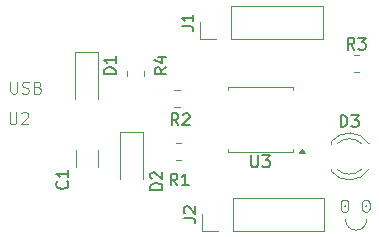
<source format=gbr>
%TF.GenerationSoftware,KiCad,Pcbnew,9.0.1*%
%TF.CreationDate,2025-11-17T22:12:27+05:30*%
%TF.ProjectId,Project_1,50726f6a-6563-4745-9f31-2e6b69636164,rev?*%
%TF.SameCoordinates,Original*%
%TF.FileFunction,Legend,Top*%
%TF.FilePolarity,Positive*%
%FSLAX46Y46*%
G04 Gerber Fmt 4.6, Leading zero omitted, Abs format (unit mm)*
G04 Created by KiCad (PCBNEW 9.0.1) date 2025-11-17 22:12:27*
%MOMM*%
%LPD*%
G01*
G04 APERTURE LIST*
%ADD10C,0.100000*%
%ADD11C,0.150000*%
%ADD12C,0.120000*%
G04 APERTURE END LIST*
D10*
X153476436Y-85700388D02*
G75*
G02*
X151677918Y-85647534I-900036J-12D01*
G01*
X153403884Y-84477180D02*
X153451503Y-84524800D01*
X153451503Y-84524800D02*
X153403884Y-84572419D01*
X153403884Y-84572419D02*
X153356265Y-84524800D01*
X153356265Y-84524800D02*
X153403884Y-84477180D01*
X153403884Y-84477180D02*
X153403884Y-84572419D01*
X151494360Y-84022419D02*
X151684836Y-84022419D01*
X151684836Y-84022419D02*
X151780074Y-84070038D01*
X151780074Y-84070038D02*
X151875312Y-84165276D01*
X151875312Y-84165276D02*
X151922931Y-84355752D01*
X151922931Y-84355752D02*
X151922931Y-84689085D01*
X151922931Y-84689085D02*
X151875312Y-84879561D01*
X151875312Y-84879561D02*
X151780074Y-84974800D01*
X151780074Y-84974800D02*
X151684836Y-85022419D01*
X151684836Y-85022419D02*
X151494360Y-85022419D01*
X151494360Y-85022419D02*
X151399122Y-84974800D01*
X151399122Y-84974800D02*
X151303884Y-84879561D01*
X151303884Y-84879561D02*
X151256265Y-84689085D01*
X151256265Y-84689085D02*
X151256265Y-84355752D01*
X151256265Y-84355752D02*
X151303884Y-84165276D01*
X151303884Y-84165276D02*
X151399122Y-84070038D01*
X151399122Y-84070038D02*
X151494360Y-84022419D01*
X153303884Y-84022419D02*
X153494360Y-84022419D01*
X153494360Y-84022419D02*
X153589598Y-84070038D01*
X153589598Y-84070038D02*
X153684836Y-84165276D01*
X153684836Y-84165276D02*
X153732455Y-84355752D01*
X153732455Y-84355752D02*
X153732455Y-84689085D01*
X153732455Y-84689085D02*
X153684836Y-84879561D01*
X153684836Y-84879561D02*
X153589598Y-84974800D01*
X153589598Y-84974800D02*
X153494360Y-85022419D01*
X153494360Y-85022419D02*
X153303884Y-85022419D01*
X153303884Y-85022419D02*
X153208646Y-84974800D01*
X153208646Y-84974800D02*
X153113408Y-84879561D01*
X153113408Y-84879561D02*
X153065789Y-84689085D01*
X153065789Y-84689085D02*
X153065789Y-84355752D01*
X153065789Y-84355752D02*
X153113408Y-84165276D01*
X153113408Y-84165276D02*
X153208646Y-84070038D01*
X153208646Y-84070038D02*
X153303884Y-84022419D01*
X151603884Y-84477180D02*
X151651503Y-84524800D01*
X151651503Y-84524800D02*
X151603884Y-84572419D01*
X151603884Y-84572419D02*
X151556265Y-84524800D01*
X151556265Y-84524800D02*
X151603884Y-84477180D01*
X151603884Y-84477180D02*
X151603884Y-84572419D01*
D11*
X137433333Y-82804819D02*
X137100000Y-82328628D01*
X136861905Y-82804819D02*
X136861905Y-81804819D01*
X136861905Y-81804819D02*
X137242857Y-81804819D01*
X137242857Y-81804819D02*
X137338095Y-81852438D01*
X137338095Y-81852438D02*
X137385714Y-81900057D01*
X137385714Y-81900057D02*
X137433333Y-81995295D01*
X137433333Y-81995295D02*
X137433333Y-82138152D01*
X137433333Y-82138152D02*
X137385714Y-82233390D01*
X137385714Y-82233390D02*
X137338095Y-82281009D01*
X137338095Y-82281009D02*
X137242857Y-82328628D01*
X137242857Y-82328628D02*
X136861905Y-82328628D01*
X138385714Y-82804819D02*
X137814286Y-82804819D01*
X138100000Y-82804819D02*
X138100000Y-81804819D01*
X138100000Y-81804819D02*
X138004762Y-81947676D01*
X138004762Y-81947676D02*
X137909524Y-82042914D01*
X137909524Y-82042914D02*
X137814286Y-82090533D01*
X152433333Y-71304819D02*
X152100000Y-70828628D01*
X151861905Y-71304819D02*
X151861905Y-70304819D01*
X151861905Y-70304819D02*
X152242857Y-70304819D01*
X152242857Y-70304819D02*
X152338095Y-70352438D01*
X152338095Y-70352438D02*
X152385714Y-70400057D01*
X152385714Y-70400057D02*
X152433333Y-70495295D01*
X152433333Y-70495295D02*
X152433333Y-70638152D01*
X152433333Y-70638152D02*
X152385714Y-70733390D01*
X152385714Y-70733390D02*
X152338095Y-70781009D01*
X152338095Y-70781009D02*
X152242857Y-70828628D01*
X152242857Y-70828628D02*
X151861905Y-70828628D01*
X152766667Y-70304819D02*
X153385714Y-70304819D01*
X153385714Y-70304819D02*
X153052381Y-70685771D01*
X153052381Y-70685771D02*
X153195238Y-70685771D01*
X153195238Y-70685771D02*
X153290476Y-70733390D01*
X153290476Y-70733390D02*
X153338095Y-70781009D01*
X153338095Y-70781009D02*
X153385714Y-70876247D01*
X153385714Y-70876247D02*
X153385714Y-71114342D01*
X153385714Y-71114342D02*
X153338095Y-71209580D01*
X153338095Y-71209580D02*
X153290476Y-71257200D01*
X153290476Y-71257200D02*
X153195238Y-71304819D01*
X153195238Y-71304819D02*
X152909524Y-71304819D01*
X152909524Y-71304819D02*
X152814286Y-71257200D01*
X152814286Y-71257200D02*
X152766667Y-71209580D01*
X137533333Y-77704819D02*
X137200000Y-77228628D01*
X136961905Y-77704819D02*
X136961905Y-76704819D01*
X136961905Y-76704819D02*
X137342857Y-76704819D01*
X137342857Y-76704819D02*
X137438095Y-76752438D01*
X137438095Y-76752438D02*
X137485714Y-76800057D01*
X137485714Y-76800057D02*
X137533333Y-76895295D01*
X137533333Y-76895295D02*
X137533333Y-77038152D01*
X137533333Y-77038152D02*
X137485714Y-77133390D01*
X137485714Y-77133390D02*
X137438095Y-77181009D01*
X137438095Y-77181009D02*
X137342857Y-77228628D01*
X137342857Y-77228628D02*
X136961905Y-77228628D01*
X137914286Y-76800057D02*
X137961905Y-76752438D01*
X137961905Y-76752438D02*
X138057143Y-76704819D01*
X138057143Y-76704819D02*
X138295238Y-76704819D01*
X138295238Y-76704819D02*
X138390476Y-76752438D01*
X138390476Y-76752438D02*
X138438095Y-76800057D01*
X138438095Y-76800057D02*
X138485714Y-76895295D01*
X138485714Y-76895295D02*
X138485714Y-76990533D01*
X138485714Y-76990533D02*
X138438095Y-77133390D01*
X138438095Y-77133390D02*
X137866667Y-77704819D01*
X137866667Y-77704819D02*
X138485714Y-77704819D01*
X137964819Y-85583333D02*
X138679104Y-85583333D01*
X138679104Y-85583333D02*
X138821961Y-85630952D01*
X138821961Y-85630952D02*
X138917200Y-85726190D01*
X138917200Y-85726190D02*
X138964819Y-85869047D01*
X138964819Y-85869047D02*
X138964819Y-85964285D01*
X138060057Y-85154761D02*
X138012438Y-85107142D01*
X138012438Y-85107142D02*
X137964819Y-85011904D01*
X137964819Y-85011904D02*
X137964819Y-84773809D01*
X137964819Y-84773809D02*
X138012438Y-84678571D01*
X138012438Y-84678571D02*
X138060057Y-84630952D01*
X138060057Y-84630952D02*
X138155295Y-84583333D01*
X138155295Y-84583333D02*
X138250533Y-84583333D01*
X138250533Y-84583333D02*
X138393390Y-84630952D01*
X138393390Y-84630952D02*
X138964819Y-85202380D01*
X138964819Y-85202380D02*
X138964819Y-84583333D01*
X128109580Y-82466666D02*
X128157200Y-82514285D01*
X128157200Y-82514285D02*
X128204819Y-82657142D01*
X128204819Y-82657142D02*
X128204819Y-82752380D01*
X128204819Y-82752380D02*
X128157200Y-82895237D01*
X128157200Y-82895237D02*
X128061961Y-82990475D01*
X128061961Y-82990475D02*
X127966723Y-83038094D01*
X127966723Y-83038094D02*
X127776247Y-83085713D01*
X127776247Y-83085713D02*
X127633390Y-83085713D01*
X127633390Y-83085713D02*
X127442914Y-83038094D01*
X127442914Y-83038094D02*
X127347676Y-82990475D01*
X127347676Y-82990475D02*
X127252438Y-82895237D01*
X127252438Y-82895237D02*
X127204819Y-82752380D01*
X127204819Y-82752380D02*
X127204819Y-82657142D01*
X127204819Y-82657142D02*
X127252438Y-82514285D01*
X127252438Y-82514285D02*
X127300057Y-82466666D01*
X128204819Y-81514285D02*
X128204819Y-82085713D01*
X128204819Y-81799999D02*
X127204819Y-81799999D01*
X127204819Y-81799999D02*
X127347676Y-81895237D01*
X127347676Y-81895237D02*
X127442914Y-81990475D01*
X127442914Y-81990475D02*
X127490533Y-82085713D01*
X132204819Y-73388094D02*
X131204819Y-73388094D01*
X131204819Y-73388094D02*
X131204819Y-73149999D01*
X131204819Y-73149999D02*
X131252438Y-73007142D01*
X131252438Y-73007142D02*
X131347676Y-72911904D01*
X131347676Y-72911904D02*
X131442914Y-72864285D01*
X131442914Y-72864285D02*
X131633390Y-72816666D01*
X131633390Y-72816666D02*
X131776247Y-72816666D01*
X131776247Y-72816666D02*
X131966723Y-72864285D01*
X131966723Y-72864285D02*
X132061961Y-72911904D01*
X132061961Y-72911904D02*
X132157200Y-73007142D01*
X132157200Y-73007142D02*
X132204819Y-73149999D01*
X132204819Y-73149999D02*
X132204819Y-73388094D01*
X132204819Y-71864285D02*
X132204819Y-72435713D01*
X132204819Y-72149999D02*
X131204819Y-72149999D01*
X131204819Y-72149999D02*
X131347676Y-72245237D01*
X131347676Y-72245237D02*
X131442914Y-72340475D01*
X131442914Y-72340475D02*
X131490533Y-72435713D01*
D10*
X123238095Y-76607419D02*
X123238095Y-77416942D01*
X123238095Y-77416942D02*
X123285714Y-77512180D01*
X123285714Y-77512180D02*
X123333333Y-77559800D01*
X123333333Y-77559800D02*
X123428571Y-77607419D01*
X123428571Y-77607419D02*
X123619047Y-77607419D01*
X123619047Y-77607419D02*
X123714285Y-77559800D01*
X123714285Y-77559800D02*
X123761904Y-77512180D01*
X123761904Y-77512180D02*
X123809523Y-77416942D01*
X123809523Y-77416942D02*
X123809523Y-76607419D01*
X124238095Y-76702657D02*
X124285714Y-76655038D01*
X124285714Y-76655038D02*
X124380952Y-76607419D01*
X124380952Y-76607419D02*
X124619047Y-76607419D01*
X124619047Y-76607419D02*
X124714285Y-76655038D01*
X124714285Y-76655038D02*
X124761904Y-76702657D01*
X124761904Y-76702657D02*
X124809523Y-76797895D01*
X124809523Y-76797895D02*
X124809523Y-76893133D01*
X124809523Y-76893133D02*
X124761904Y-77035990D01*
X124761904Y-77035990D02*
X124190476Y-77607419D01*
X124190476Y-77607419D02*
X124809523Y-77607419D01*
X123303884Y-74022419D02*
X123303884Y-74831942D01*
X123303884Y-74831942D02*
X123351503Y-74927180D01*
X123351503Y-74927180D02*
X123399122Y-74974800D01*
X123399122Y-74974800D02*
X123494360Y-75022419D01*
X123494360Y-75022419D02*
X123684836Y-75022419D01*
X123684836Y-75022419D02*
X123780074Y-74974800D01*
X123780074Y-74974800D02*
X123827693Y-74927180D01*
X123827693Y-74927180D02*
X123875312Y-74831942D01*
X123875312Y-74831942D02*
X123875312Y-74022419D01*
X124303884Y-74974800D02*
X124446741Y-75022419D01*
X124446741Y-75022419D02*
X124684836Y-75022419D01*
X124684836Y-75022419D02*
X124780074Y-74974800D01*
X124780074Y-74974800D02*
X124827693Y-74927180D01*
X124827693Y-74927180D02*
X124875312Y-74831942D01*
X124875312Y-74831942D02*
X124875312Y-74736704D01*
X124875312Y-74736704D02*
X124827693Y-74641466D01*
X124827693Y-74641466D02*
X124780074Y-74593847D01*
X124780074Y-74593847D02*
X124684836Y-74546228D01*
X124684836Y-74546228D02*
X124494360Y-74498609D01*
X124494360Y-74498609D02*
X124399122Y-74450990D01*
X124399122Y-74450990D02*
X124351503Y-74403371D01*
X124351503Y-74403371D02*
X124303884Y-74308133D01*
X124303884Y-74308133D02*
X124303884Y-74212895D01*
X124303884Y-74212895D02*
X124351503Y-74117657D01*
X124351503Y-74117657D02*
X124399122Y-74070038D01*
X124399122Y-74070038D02*
X124494360Y-74022419D01*
X124494360Y-74022419D02*
X124732455Y-74022419D01*
X124732455Y-74022419D02*
X124875312Y-74070038D01*
X125637217Y-74498609D02*
X125780074Y-74546228D01*
X125780074Y-74546228D02*
X125827693Y-74593847D01*
X125827693Y-74593847D02*
X125875312Y-74689085D01*
X125875312Y-74689085D02*
X125875312Y-74831942D01*
X125875312Y-74831942D02*
X125827693Y-74927180D01*
X125827693Y-74927180D02*
X125780074Y-74974800D01*
X125780074Y-74974800D02*
X125684836Y-75022419D01*
X125684836Y-75022419D02*
X125303884Y-75022419D01*
X125303884Y-75022419D02*
X125303884Y-74022419D01*
X125303884Y-74022419D02*
X125637217Y-74022419D01*
X125637217Y-74022419D02*
X125732455Y-74070038D01*
X125732455Y-74070038D02*
X125780074Y-74117657D01*
X125780074Y-74117657D02*
X125827693Y-74212895D01*
X125827693Y-74212895D02*
X125827693Y-74308133D01*
X125827693Y-74308133D02*
X125780074Y-74403371D01*
X125780074Y-74403371D02*
X125732455Y-74450990D01*
X125732455Y-74450990D02*
X125637217Y-74498609D01*
X125637217Y-74498609D02*
X125303884Y-74498609D01*
D11*
X137804819Y-69333333D02*
X138519104Y-69333333D01*
X138519104Y-69333333D02*
X138661961Y-69380952D01*
X138661961Y-69380952D02*
X138757200Y-69476190D01*
X138757200Y-69476190D02*
X138804819Y-69619047D01*
X138804819Y-69619047D02*
X138804819Y-69714285D01*
X138804819Y-68333333D02*
X138804819Y-68904761D01*
X138804819Y-68619047D02*
X137804819Y-68619047D01*
X137804819Y-68619047D02*
X137947676Y-68714285D01*
X137947676Y-68714285D02*
X138042914Y-68809523D01*
X138042914Y-68809523D02*
X138090533Y-68904761D01*
X136504819Y-72816666D02*
X136028628Y-73149999D01*
X136504819Y-73388094D02*
X135504819Y-73388094D01*
X135504819Y-73388094D02*
X135504819Y-73007142D01*
X135504819Y-73007142D02*
X135552438Y-72911904D01*
X135552438Y-72911904D02*
X135600057Y-72864285D01*
X135600057Y-72864285D02*
X135695295Y-72816666D01*
X135695295Y-72816666D02*
X135838152Y-72816666D01*
X135838152Y-72816666D02*
X135933390Y-72864285D01*
X135933390Y-72864285D02*
X135981009Y-72911904D01*
X135981009Y-72911904D02*
X136028628Y-73007142D01*
X136028628Y-73007142D02*
X136028628Y-73388094D01*
X135838152Y-71959523D02*
X136504819Y-71959523D01*
X135457200Y-72197618D02*
X136171485Y-72435713D01*
X136171485Y-72435713D02*
X136171485Y-71816666D01*
X136154819Y-83188094D02*
X135154819Y-83188094D01*
X135154819Y-83188094D02*
X135154819Y-82949999D01*
X135154819Y-82949999D02*
X135202438Y-82807142D01*
X135202438Y-82807142D02*
X135297676Y-82711904D01*
X135297676Y-82711904D02*
X135392914Y-82664285D01*
X135392914Y-82664285D02*
X135583390Y-82616666D01*
X135583390Y-82616666D02*
X135726247Y-82616666D01*
X135726247Y-82616666D02*
X135916723Y-82664285D01*
X135916723Y-82664285D02*
X136011961Y-82711904D01*
X136011961Y-82711904D02*
X136107200Y-82807142D01*
X136107200Y-82807142D02*
X136154819Y-82949999D01*
X136154819Y-82949999D02*
X136154819Y-83188094D01*
X135250057Y-82235713D02*
X135202438Y-82188094D01*
X135202438Y-82188094D02*
X135154819Y-82092856D01*
X135154819Y-82092856D02*
X135154819Y-81854761D01*
X135154819Y-81854761D02*
X135202438Y-81759523D01*
X135202438Y-81759523D02*
X135250057Y-81711904D01*
X135250057Y-81711904D02*
X135345295Y-81664285D01*
X135345295Y-81664285D02*
X135440533Y-81664285D01*
X135440533Y-81664285D02*
X135583390Y-81711904D01*
X135583390Y-81711904D02*
X136154819Y-82283332D01*
X136154819Y-82283332D02*
X136154819Y-81664285D01*
X151261905Y-77844819D02*
X151261905Y-76844819D01*
X151261905Y-76844819D02*
X151500000Y-76844819D01*
X151500000Y-76844819D02*
X151642857Y-76892438D01*
X151642857Y-76892438D02*
X151738095Y-76987676D01*
X151738095Y-76987676D02*
X151785714Y-77082914D01*
X151785714Y-77082914D02*
X151833333Y-77273390D01*
X151833333Y-77273390D02*
X151833333Y-77416247D01*
X151833333Y-77416247D02*
X151785714Y-77606723D01*
X151785714Y-77606723D02*
X151738095Y-77701961D01*
X151738095Y-77701961D02*
X151642857Y-77797200D01*
X151642857Y-77797200D02*
X151500000Y-77844819D01*
X151500000Y-77844819D02*
X151261905Y-77844819D01*
X152166667Y-76844819D02*
X152785714Y-76844819D01*
X152785714Y-76844819D02*
X152452381Y-77225771D01*
X152452381Y-77225771D02*
X152595238Y-77225771D01*
X152595238Y-77225771D02*
X152690476Y-77273390D01*
X152690476Y-77273390D02*
X152738095Y-77321009D01*
X152738095Y-77321009D02*
X152785714Y-77416247D01*
X152785714Y-77416247D02*
X152785714Y-77654342D01*
X152785714Y-77654342D02*
X152738095Y-77749580D01*
X152738095Y-77749580D02*
X152690476Y-77797200D01*
X152690476Y-77797200D02*
X152595238Y-77844819D01*
X152595238Y-77844819D02*
X152309524Y-77844819D01*
X152309524Y-77844819D02*
X152214286Y-77797200D01*
X152214286Y-77797200D02*
X152166667Y-77749580D01*
X143688095Y-80254819D02*
X143688095Y-81064342D01*
X143688095Y-81064342D02*
X143735714Y-81159580D01*
X143735714Y-81159580D02*
X143783333Y-81207200D01*
X143783333Y-81207200D02*
X143878571Y-81254819D01*
X143878571Y-81254819D02*
X144069047Y-81254819D01*
X144069047Y-81254819D02*
X144164285Y-81207200D01*
X144164285Y-81207200D02*
X144211904Y-81159580D01*
X144211904Y-81159580D02*
X144259523Y-81064342D01*
X144259523Y-81064342D02*
X144259523Y-80254819D01*
X144640476Y-80254819D02*
X145259523Y-80254819D01*
X145259523Y-80254819D02*
X144926190Y-80635771D01*
X144926190Y-80635771D02*
X145069047Y-80635771D01*
X145069047Y-80635771D02*
X145164285Y-80683390D01*
X145164285Y-80683390D02*
X145211904Y-80731009D01*
X145211904Y-80731009D02*
X145259523Y-80826247D01*
X145259523Y-80826247D02*
X145259523Y-81064342D01*
X145259523Y-81064342D02*
X145211904Y-81159580D01*
X145211904Y-81159580D02*
X145164285Y-81207200D01*
X145164285Y-81207200D02*
X145069047Y-81254819D01*
X145069047Y-81254819D02*
X144783333Y-81254819D01*
X144783333Y-81254819D02*
X144688095Y-81207200D01*
X144688095Y-81207200D02*
X144640476Y-81159580D01*
D12*
%TO.C,R1*%
X137322936Y-79215000D02*
X137777064Y-79215000D01*
X137322936Y-80685000D02*
X137777064Y-80685000D01*
%TO.C,R3*%
X152372936Y-71765000D02*
X152827064Y-71765000D01*
X152372936Y-73235000D02*
X152827064Y-73235000D01*
%TO.C,R2*%
X137627064Y-74715000D02*
X137172936Y-74715000D01*
X137627064Y-76185000D02*
X137172936Y-76185000D01*
%TO.C,J2*%
X139510000Y-86630000D02*
X139510000Y-85250000D01*
X140890000Y-86630000D02*
X139510000Y-86630000D01*
X142160000Y-83870000D02*
X149890000Y-83870000D01*
X142160000Y-86630000D02*
X142160000Y-83870000D01*
X142160000Y-86630000D02*
X149890000Y-86630000D01*
X149890000Y-86630000D02*
X149890000Y-83870000D01*
%TO.C,C1*%
X128890000Y-81261252D02*
X128890000Y-79838748D01*
X130710000Y-81261252D02*
X130710000Y-79838748D01*
%TO.C,D1*%
X128750000Y-71490000D02*
X128750000Y-75500000D01*
X130750000Y-71490000D02*
X128750000Y-71490000D01*
X130750000Y-71490000D02*
X130750000Y-75500000D01*
%TO.C,J1*%
X139350000Y-70380000D02*
X139350000Y-69000000D01*
X140730000Y-70380000D02*
X139350000Y-70380000D01*
X142000000Y-67620000D02*
X149730000Y-67620000D01*
X142000000Y-70380000D02*
X142000000Y-67620000D01*
X142000000Y-70380000D02*
X149730000Y-70380000D01*
X149730000Y-70380000D02*
X149730000Y-67620000D01*
%TO.C,R4*%
X133165000Y-73577064D02*
X133165000Y-73122936D01*
X134635000Y-73577064D02*
X134635000Y-73122936D01*
%TO.C,D2*%
X132550000Y-78290000D02*
X132550000Y-82300000D01*
X134550000Y-78290000D02*
X132550000Y-78290000D01*
X134550000Y-78290000D02*
X134550000Y-82300000D01*
%TO.C,D3*%
X150440000Y-79114000D02*
X150440000Y-79270000D01*
X150440000Y-81430000D02*
X150440000Y-81586000D01*
X150440000Y-79114484D02*
G75*
G02*
X153671397Y-79269939I1560000J-1235516D01*
G01*
X150959039Y-79270000D02*
G75*
G02*
X153040910Y-79269951I1040961J-1080000D01*
G01*
X153040910Y-81430049D02*
G75*
G02*
X150959039Y-81430000I-1040910J1080049D01*
G01*
X153671397Y-81430061D02*
G75*
G02*
X150440000Y-81585516I-1671397J1080061D01*
G01*
%TO.C,U3*%
X141690000Y-74440000D02*
X141690000Y-74710000D01*
X141690000Y-79960000D02*
X141690000Y-79690000D01*
X144450000Y-74440000D02*
X141690000Y-74440000D01*
X144450000Y-74440000D02*
X147210000Y-74440000D01*
X144450000Y-79960000D02*
X141690000Y-79960000D01*
X144450000Y-79960000D02*
X147210000Y-79960000D01*
X147210000Y-74440000D02*
X147210000Y-74710000D01*
X147210000Y-79960000D02*
X147210000Y-79690000D01*
X148215000Y-80020000D02*
X147735000Y-80020000D01*
X147975000Y-79690000D01*
X148215000Y-80020000D01*
G36*
X148215000Y-80020000D02*
G01*
X147735000Y-80020000D01*
X147975000Y-79690000D01*
X148215000Y-80020000D01*
G37*
%TD*%
M02*

</source>
